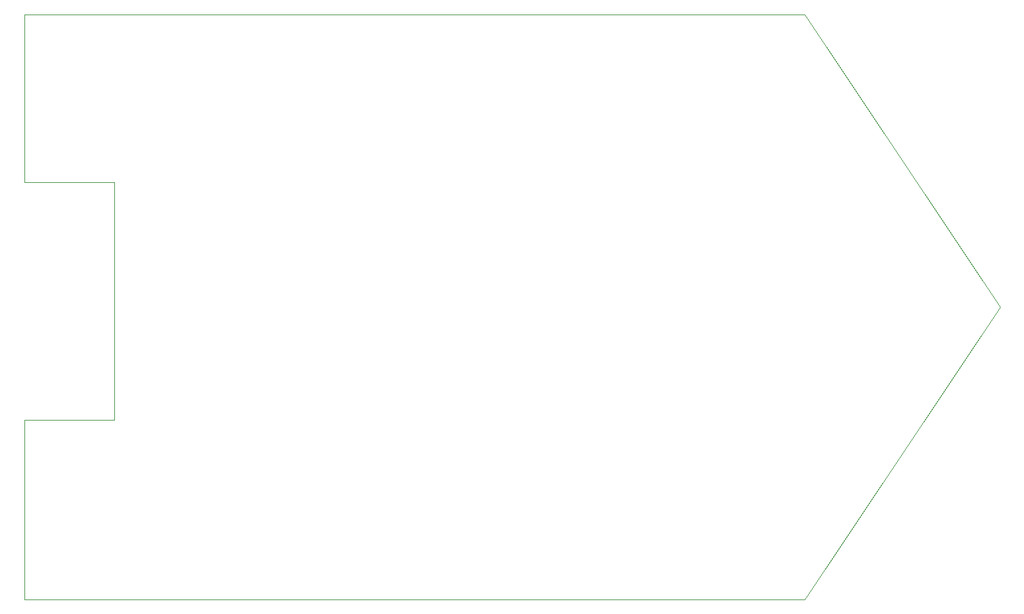
<source format=gbr>
G04 #@! TF.GenerationSoftware,KiCad,Pcbnew,(6.0.6-0)*
G04 #@! TF.CreationDate,2022-08-30T17:18:49-07:00*
G04 #@! TF.ProjectId,RobotDriver,526f626f-7444-4726-9976-65722e6b6963,rev?*
G04 #@! TF.SameCoordinates,Original*
G04 #@! TF.FileFunction,Profile,NP*
%FSLAX46Y46*%
G04 Gerber Fmt 4.6, Leading zero omitted, Abs format (unit mm)*
G04 Created by KiCad (PCBNEW (6.0.6-0)) date 2022-08-30 17:18:49*
%MOMM*%
%LPD*%
G01*
G04 APERTURE LIST*
G04 #@! TA.AperFunction,Profile*
%ADD10C,0.038400*%
G04 #@! TD*
G04 APERTURE END LIST*
D10*
X220000000Y-85000000D02*
X195000000Y-122500000D01*
X95000000Y-122500000D01*
X95000000Y-99500000D01*
X106500000Y-99500000D01*
X106500000Y-69000000D01*
X95000000Y-69000000D01*
X95000000Y-47500000D01*
X195000000Y-47500000D01*
X220000000Y-85000000D01*
M02*

</source>
